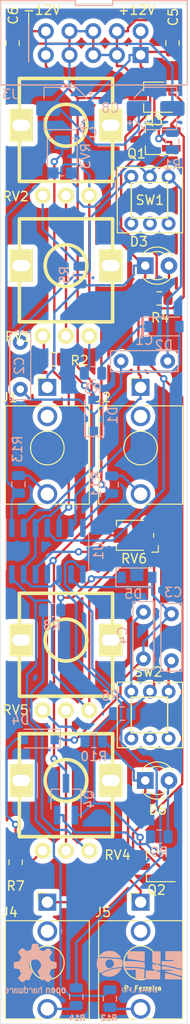
<source format=kicad_pcb>
(kicad_pcb (version 20171130) (host pcbnew "(5.1.9-0-10_14)")
  (layers (0 F.Cu signal) (31 B.Cu signal) (34 B.Paste user) (35 F.Paste user) (36 B.SilkS user) (37 F.SilkS user) (38 B.Mask user hide) (39 F.Mask user) (44 Edge.Cuts user))
  (net 0 "")
  (net 1 "Net-(C1-Pad2)")
  (net 2 "Net-(C1-Pad1)")
  (net 3 "Net-(C2-Pad1)")
  (net 4 "Net-(C3-Pad1)")
  (net 5 "Net-(C3-Pad2)")
  (net 6 "Net-(C4-Pad1)")
  (net 7 +12V)
  (net 8 GND)
  (net 9 -12V)
  (net 10 "Net-(D1-Pad2)")
  (net 11 "Net-(D2-Pad1)")
  (net 12 "Net-(D3-Pad2)")
  (net 13 "Net-(D4-Pad2)")
  (net 14 "Net-(D5-Pad1)")
  (net 15 "Net-(D6-Pad2)")
  (net 16 "Net-(J1-PadT)")
  (net 17 "Net-(J2-PadT)")
  (net 18 "Net-(J4-PadT)")
  (net 19 "Net-(J5-PadT)")
  (net 20 "Net-(Q1-Pad1)")
  (net 21 "Net-(Q1-Pad2)")
  (net 22 "Net-(Q2-Pad2)")
  (net 23 "Net-(Q2-Pad1)")
  (net 24 "Net-(R2-Pad1)")
  (net 25 "Net-(R3-Pad1)")
  (net 26 "Net-(R5-Pad1)")
  (net 27 "Net-(R7-Pad1)")
  (net 28 "Net-(R8-Pad1)")
  (net 29 "Net-(R10-Pad1)")
  (net 30 "Net-(RV1-Pad2)")
  (net 31 "Net-(RV3-Pad2)")
  (net 32 "Net-(RV4-Pad2)")
  (net 33 "Net-(RV6-Pad2)")
  (net 34 "Net-(R11-Pad2)")
  (net 35 "Net-(R12-Pad2)")
  (net 36 "Net-(R1-Pad1)")
  (net 37 "Net-(R14-Pad2)")
  (module local:elfo-logo (layer B.Cu) (at 114.9 137.4 180)
    (fp_text reference Ref** hide)
    (fp_text value Val** hide)
  )
  (module Symbol:OSHW-Logo2_7.3x6mm_SilkScreen (layer B.Cu) (at 103.7 137.2 180)
    (fp_text reference REF** hide)
    (fp_text value OSHW-Logo2_7.3x6mm_SilkScreen hide)
  )
  (module Eurorack:PB22E07_latch_switch (layer F.Cu) (at 116 55 180)
    (fp_text reference SW1 (at 0 0 180) (layer F.SilkS))
    (fp_text value "LFO1 SLOW")
    (pad 4 thru_hole circle (at -2 -2.5 180) (size 1.5 1.5) (drill 0.8) (layers *.Cu *.Mask))
    (pad 1 thru_hole circle (at -2 2.5 180) (size 1.5 1.5) (drill 0.8) (layers *.Cu *.Mask) (net 2 "Net-(C1-Pad1)"))
    (pad 5 thru_hole circle (at 0 -2.5 180) (size 1.5 1.5) (drill 0.8) (layers *.Cu *.Mask))
    (pad 2 thru_hole circle (at 0 2.5 180) (size 1.5 1.5) (drill 0.8) (layers *.Cu *.Mask) (net 36 "Net-(R1-Pad1)"))
    (pad 6 thru_hole circle (at 2 -2.5 180) (size 1.5 1.5) (drill 0.8) (layers *.Cu *.Mask))
    (pad 3 thru_hole circle (at 2 2.5 180) (size 1.5 1.5) (drill 0.8) (layers *.Cu *.Mask) (net 3 "Net-(C2-Pad1)"))
  )
  (module Eurorack:PB22E07_latch_switch (layer F.Cu) (at 116 110 180)
    (fp_text reference SW2 (at 0.176 4.59 180) (layer F.SilkS))
    (fp_text value "LFO2 SLOW")
    (pad 3 thru_hole circle (at 2 2.5 180) (size 1.5 1.5) (drill 0.8) (layers *.Cu *.Mask) (net 6 "Net-(C4-Pad1)"))
    (pad 6 thru_hole circle (at 2 -2.5 180) (size 1.5 1.5) (drill 0.8) (layers *.Cu *.Mask))
    (pad 2 thru_hole circle (at 0 2.5 180) (size 1.5 1.5) (drill 0.8) (layers *.Cu *.Mask) (net 37 "Net-(R14-Pad2)"))
    (pad 5 thru_hole circle (at 0 -2.5 180) (size 1.5 1.5) (drill 0.8) (layers *.Cu *.Mask))
    (pad 1 thru_hole circle (at -2 2.5 180) (size 1.5 1.5) (drill 0.8) (layers *.Cu *.Mask) (net 4 "Net-(C3-Pad1)"))
    (pad 4 thru_hole circle (at -2 -2.5 180) (size 1.5 1.5) (drill 0.8) (layers *.Cu *.Mask))
  )
  (module Capacitor_SMD:C_0805_2012Metric (layer F.Cu) (at 101.27 38.225 90)
    (fp_text reference C6 (at 2.946 0.074 -90) (layer F.SilkS))
    (fp_text value 100nF)
    (pad 2 smd roundrect (at 0.9375 0 90) (size 0.975 1.4) (layers F.Cu F.Paste F.Mask) (net 9 -12V))
    (pad 1 smd roundrect (at -0.9375 0 90) (size 0.975 1.4) (layers F.Cu F.Paste F.Mask) (net 8 GND))
  )
  (module Capacitor_SMD:C_0805_2012Metric (layer F.Cu) (at 118.415 38.225 90)
    (fp_text reference C5 (at 2.788 0.074 -90) (layer F.SilkS))
    (fp_text value 100nF)
    (pad 2 smd roundrect (at 0.9375 0 90) (size 0.975 1.4) (layers F.Cu F.Paste F.Mask) (net 8 GND))
    (pad 1 smd roundrect (at -0.9375 0 90) (size 0.975 1.4) (layers F.Cu F.Paste F.Mask) (net 7 +12V))
  )
  (module Resistor_SMD:R_0805_2012Metric (layer B.Cu) (at 109.982 112.776)
    (fp_text reference R10 (at 0 1.65) (layer B.SilkS) (effects (justify mirror)))
    (fp_text value 1K)
    (pad 2 smd roundrect (at 0.9375 0) (size 0.975 1.4) (layers B.Cu B.Paste B.Mask) (net 8 GND))
    (pad 1 smd roundrect (at -0.9375 0) (size 0.975 1.4) (layers B.Cu B.Paste B.Mask) (net 29 "Net-(R10-Pad1)"))
  )
  (module Resistor_SMD:R_0805_2012Metric (layer B.Cu) (at 117 123 180)
    (fp_text reference R9 (at 0 -1.651) (layer B.SilkS) (effects (justify mirror)))
    (fp_text value 1K)
    (pad 2 smd roundrect (at 0.9375 0 180) (size 0.975 1.4) (layers B.Cu B.Paste B.Mask) (net 22 "Net-(Q2-Pad2)"))
    (pad 1 smd roundrect (at -0.9375 0 180) (size 0.975 1.4) (layers B.Cu B.Paste B.Mask) (net 15 "Net-(D6-Pad2)"))
  )
  (module Resistor_SMD:R_0805_2012Metric (layer B.Cu) (at 105.5 98.8)
    (fp_text reference R8 (at 0 1.65) (layer B.SilkS) (effects (justify mirror)))
    (fp_text value 47K)
    (pad 2 smd roundrect (at 0.9375 0) (size 0.975 1.4) (layers B.Cu B.Paste B.Mask) (net 14 "Net-(D5-Pad1)"))
    (pad 1 smd roundrect (at -0.9375 0) (size 0.975 1.4) (layers B.Cu B.Paste B.Mask) (net 28 "Net-(R8-Pad1)"))
  )
  (module Resistor_SMD:R_0805_2012Metric (layer F.Cu) (at 101.6 125.73 90)
    (fp_text reference R7 (at -2.54 0 180) (layer F.SilkS))
    (fp_text value 47K)
    (pad 2 smd roundrect (at 0.9375 0 90) (size 0.975 1.4) (layers F.Cu F.Paste F.Mask) (net 13 "Net-(D4-Pad2)"))
    (pad 1 smd roundrect (at -0.9375 0 90) (size 0.975 1.4) (layers F.Cu F.Paste F.Mask) (net 27 "Net-(R7-Pad1)"))
  )
  (module Resistor_SMD:R_0805_2012Metric (layer B.Cu) (at 113.03 109.855 180)
    (fp_text reference R6 (at 1.27 1.905) (layer B.SilkS) (effects (justify mirror)))
    (fp_text value 100K)
    (pad 2 smd roundrect (at 0.9375 0 180) (size 0.975 1.4) (layers B.Cu B.Paste B.Mask) (net 23 "Net-(Q2-Pad1)"))
    (pad 1 smd roundrect (at -0.9375 0 180) (size 0.975 1.4) (layers B.Cu B.Paste B.Mask) (net 37 "Net-(R14-Pad2)"))
  )
  (module Resistor_SMD:R_0805_2012Metric (layer B.Cu) (at 108.5 63 270)
    (fp_text reference R5 (at 0 1.65 90) (layer B.SilkS) (effects (justify mirror)))
    (fp_text value 1K)
    (pad 2 smd roundrect (at 0.9375 0 270) (size 0.975 1.4) (layers B.Cu B.Paste B.Mask) (net 8 GND))
    (pad 1 smd roundrect (at -0.9375 0 270) (size 0.975 1.4) (layers B.Cu B.Paste B.Mask) (net 26 "Net-(R5-Pad1)"))
  )
  (module Resistor_SMD:R_0805_2012Metric (layer F.Cu) (at 117 65.5 180)
    (fp_text reference R4 (at -0.094 -2.064) (layer F.SilkS))
    (fp_text value 1K)
    (pad 2 smd roundrect (at 0.9375 0 180) (size 0.975 1.4) (layers F.Cu F.Paste F.Mask) (net 21 "Net-(Q1-Pad2)"))
    (pad 1 smd roundrect (at -0.9375 0 180) (size 0.975 1.4) (layers F.Cu F.Paste F.Mask) (net 12 "Net-(D3-Pad2)"))
  )
  (module Resistor_SMD:R_0805_2012Metric (layer B.Cu) (at 109.9 73.5)
    (fp_text reference R3 (at 0 1.65) (layer B.SilkS) (effects (justify mirror)))
    (fp_text value 47K)
    (pad 2 smd roundrect (at 0.9375 0) (size 0.975 1.4) (layers B.Cu B.Paste B.Mask) (net 11 "Net-(D2-Pad1)"))
    (pad 1 smd roundrect (at -0.9375 0) (size 0.975 1.4) (layers B.Cu B.Paste B.Mask) (net 25 "Net-(R3-Pad1)"))
  )
  (module Resistor_SMD:R_0805_2012Metric (layer F.Cu) (at 105.562 72)
    (fp_text reference R2 (at 2.896 0.136) (layer F.SilkS))
    (fp_text value 47K)
    (pad 2 smd roundrect (at 0.9375 0) (size 0.975 1.4) (layers F.Cu F.Paste F.Mask) (net 10 "Net-(D1-Pad2)"))
    (pad 1 smd roundrect (at -0.9375 0) (size 0.975 1.4) (layers F.Cu F.Paste F.Mask) (net 24 "Net-(R2-Pad1)"))
  )
  (module Resistor_SMD:R_0805_2012Metric (layer B.Cu) (at 118.4 48.7 90)
    (fp_text reference R1 (at -2.5 0 180) (layer B.SilkS) (effects (justify mirror)))
    (fp_text value 100K)
    (pad 2 smd roundrect (at 0.9375 0 90) (size 0.975 1.4) (layers B.Cu B.Paste B.Mask) (net 20 "Net-(Q1-Pad1)"))
    (pad 1 smd roundrect (at -0.9375 0 90) (size 0.975 1.4) (layers B.Cu B.Paste B.Mask) (net 36 "Net-(R1-Pad1)"))
  )
  (module Capacitor_SMD:CP_Elec_4x4.5 (layer B.Cu) (at 106.9 45.21 180)
    (fp_text reference C7 (at -2.5 -2.598 180) (layer B.SilkS) (effects (justify mirror)))
    (fp_text value 10uF)
    (pad 1 smd roundrect (at -1.8 0 180) (size 2.6 1.6) (layers B.Cu B.Paste B.Mask) (roundrect_rratio 0.15625) (net 7 +12V))
    (pad 2 smd roundrect (at 1.8 0 180) (size 2.6 1.6) (layers B.Cu B.Paste B.Mask) (roundrect_rratio 0.15625) (net 8 GND))
  )
  (module Capacitor_SMD:CP_Elec_4x4.5 (layer B.Cu) (at 116.608 45.21)
    (fp_text reference C8 (at -4.848 -0.058) (layer B.SilkS) (effects (justify mirror)))
    (fp_text value 10uF)
    (pad 2 smd roundrect (at 1.8 0) (size 2.6 1.6) (layers B.Cu B.Paste B.Mask) (roundrect_rratio 0.15625) (net 9 -12V))
    (pad 1 smd roundrect (at -1.8 0) (size 2.6 1.6) (layers B.Cu B.Paste B.Mask) (roundrect_rratio 0.15625) (net 8 GND))
  )
  (module Diode_SMD:D_SOD-123 (layer B.Cu) (at 110 78 90)
    (fp_text reference D1 (at 0 2 -90) (layer B.SilkS) (effects (justify mirror)))
    (fp_text value 1N4148)
    (pad 2 smd rect (at 1.65 0 90) (size 0.9 1.2) (layers B.Cu B.Paste B.Mask) (net 10 "Net-(D1-Pad2)"))
    (pad 1 smd rect (at -1.65 0 90) (size 0.9 1.2) (layers B.Cu B.Paste B.Mask) (net 1 "Net-(C1-Pad2)"))
  )
  (module Diode_SMD:D_SOD-123 (layer B.Cu) (at 117.5 68.5)
    (fp_text reference D2 (at 0 2) (layer B.SilkS) (effects (justify mirror)))
    (fp_text value 1N4148)
    (pad 1 smd rect (at -1.65 0) (size 0.9 1.2) (layers B.Cu B.Paste B.Mask) (net 11 "Net-(D2-Pad1)"))
    (pad 2 smd rect (at 1.65 0) (size 0.9 1.2) (layers B.Cu B.Paste B.Mask) (net 1 "Net-(C1-Pad2)"))
  )
  (module LED_THT:LED_D3.0mm (layer F.Cu) (at 115.5 62)
    (fp_text reference D3 (at -0.692 -2.564) (layer F.SilkS))
    (fp_text value LED_Dual_2pin)
    (pad 1 thru_hole rect (at 0 0) (size 1.8 1.8) (drill 0.9) (layers *.Cu *.Mask) (net 8 GND))
    (pad 2 thru_hole circle (at 2.54 0) (size 1.8 1.8) (drill 0.9) (layers *.Cu *.Mask) (net 12 "Net-(D3-Pad2)"))
  )
  (module Diode_SMD:D_SOD-123 (layer B.Cu) (at 104.14 112.522 180)
    (fp_text reference D4 (at 2.032 2) (layer B.SilkS) (effects (justify mirror)))
    (fp_text value 1N4148)
    (pad 2 smd rect (at 1.65 0 180) (size 0.9 1.2) (layers B.Cu B.Paste B.Mask) (net 13 "Net-(D4-Pad2)"))
    (pad 1 smd rect (at -1.65 0 180) (size 0.9 1.2) (layers B.Cu B.Paste B.Mask) (net 5 "Net-(C3-Pad2)"))
  )
  (module Diode_SMD:D_SOD-123 (layer B.Cu) (at 114.6 95.3)
    (fp_text reference D5 (at -0.381 1.778) (layer B.SilkS) (effects (justify mirror)))
    (fp_text value 1N4148)
    (pad 1 smd rect (at -1.65 0) (size 0.9 1.2) (layers B.Cu B.Paste B.Mask) (net 14 "Net-(D5-Pad1)"))
    (pad 2 smd rect (at 1.65 0) (size 0.9 1.2) (layers B.Cu B.Paste B.Mask) (net 5 "Net-(C3-Pad2)"))
  )
  (module LED_THT:LED_D3.0mm (layer F.Cu) (at 115.5 117)
    (fp_text reference D6 (at 1.34 3.142) (layer F.SilkS))
    (fp_text value LED_Dual_2pin)
    (pad 1 thru_hole rect (at 0 0) (size 1.8 1.8) (drill 0.9) (layers *.Cu *.Mask) (net 8 GND))
    (pad 2 thru_hole circle (at 2.54 0) (size 1.8 1.8) (drill 0.9) (layers *.Cu *.Mask) (net 15 "Net-(D6-Pad2)"))
  )
  (module Connector_Audio:Jack_3.5mm_QingPu_WQP-PJ398SM_Vertical_CircularHoles (layer F.Cu) (at 105 75)
    (fp_text reference J1 (at -4.03 1.08 180) (layer F.SilkS))
    (fp_text value TRI)
    (pad TN thru_hole circle (at 0 3.1 180) (size 2.13 2.13) (drill 1.42) (layers *.Cu *.Mask))
    (pad S thru_hole rect (at 0 0 180) (size 1.93 1.83) (drill 1.22) (layers *.Cu *.Mask) (net 8 GND))
    (pad T thru_hole circle (at 0 11.4 180) (size 2.13 2.13) (drill 1.43) (layers *.Cu *.Mask) (net 16 "Net-(J1-PadT)"))
  )
  (module Connector_Audio:Jack_3.5mm_QingPu_WQP-PJ398SM_Vertical_CircularHoles (layer F.Cu) (at 115 75)
    (fp_text reference J2 (at -4.03 1.08 180) (layer F.SilkS))
    (fp_text value SQR)
    (pad T thru_hole circle (at 0 11.4 180) (size 2.13 2.13) (drill 1.43) (layers *.Cu *.Mask) (net 17 "Net-(J2-PadT)"))
    (pad S thru_hole rect (at 0 0 180) (size 1.93 1.83) (drill 1.22) (layers *.Cu *.Mask) (net 8 GND))
    (pad TN thru_hole circle (at 0 3.1 180) (size 2.13 2.13) (drill 1.42) (layers *.Cu *.Mask))
  )
  (module Eurorack:EurorackPower10 (layer B.Cu) (at 110 38.195 180)
    (fp_text reference J3 (at 9 -5.5 180) (layer B.SilkS) (effects (justify mirror)))
    (fp_text value EURORACK hide)
    (fp_text user -12V (at 5.59 3.496 180) (layer F.SilkS))
    (fp_text user +12V (at -4.57 3.496 180) (layer F.SilkS))
    (pad 9 thru_hole rect (at -5 -1.3 180) (size 1.7272 1.7272) (drill 1.016) (layers *.Cu *.Mask) (net 7 +12V))
    (pad 10 thru_hole oval (at -5 1.24 180) (size 1.7272 1.7272) (drill 1.016) (layers *.Cu *.Mask) (net 7 +12V))
    (pad 7 thru_hole oval (at -2.46 -1.3 180) (size 1.7272 1.7272) (drill 1.016) (layers *.Cu *.Mask) (net 8 GND))
    (pad 8 thru_hole oval (at -2.46 1.24 180) (size 1.7272 1.7272) (drill 1.016) (layers *.Cu *.Mask) (net 8 GND))
    (pad 5 thru_hole oval (at 0.08 -1.3 180) (size 1.7272 1.7272) (drill 1.016) (layers *.Cu *.Mask) (net 8 GND))
    (pad 6 thru_hole oval (at 0.08 1.24 180) (size 1.7272 1.7272) (drill 1.016) (layers *.Cu *.Mask) (net 8 GND))
    (pad 3 thru_hole oval (at 2.62 -1.3 180) (size 1.7272 1.7272) (drill 1.016) (layers *.Cu *.Mask) (net 8 GND))
    (pad 4 thru_hole oval (at 2.62 1.24 180) (size 1.7272 1.7272) (drill 1.016) (layers *.Cu *.Mask) (net 8 GND))
    (pad 2 thru_hole oval (at 5.16 -1.3 180) (size 1.7272 1.7272) (drill 1.016) (layers *.Cu *.Mask) (net 9 -12V))
    (pad 1 thru_hole oval (at 5.16 1.24 180) (size 1.7272 1.7272) (drill 1.016) (layers *.Cu *.Mask) (net 9 -12V))
  )
  (module Connector_Audio:Jack_3.5mm_QingPu_WQP-PJ398SM_Vertical_CircularHoles (layer F.Cu) (at 105 130)
    (fp_text reference J4 (at -4.03 1.08 180) (layer F.SilkS))
    (fp_text value TRI)
    (pad T thru_hole circle (at 0 11.4 180) (size 2.13 2.13) (drill 1.43) (layers *.Cu *.Mask) (net 18 "Net-(J4-PadT)"))
    (pad S thru_hole rect (at 0 0 180) (size 1.93 1.83) (drill 1.22) (layers *.Cu *.Mask) (net 8 GND))
    (pad TN thru_hole circle (at 0 3.1 180) (size 2.13 2.13) (drill 1.42) (layers *.Cu *.Mask))
  )
  (module Connector_Audio:Jack_3.5mm_QingPu_WQP-PJ398SM_Vertical_CircularHoles (layer F.Cu) (at 115 130)
    (fp_text reference J5 (at -4.03 1.08 180) (layer F.SilkS))
    (fp_text value SQR)
    (pad TN thru_hole circle (at 0 3.1 180) (size 2.13 2.13) (drill 1.42) (layers *.Cu *.Mask))
    (pad S thru_hole rect (at 0 0 180) (size 1.93 1.83) (drill 1.22) (layers *.Cu *.Mask) (net 8 GND))
    (pad T thru_hole circle (at 0 11.4 180) (size 2.13 2.13) (drill 1.43) (layers *.Cu *.Mask) (net 19 "Net-(J5-PadT)"))
  )
  (module Eurorack:RD901F-40-ALPHA-POT-T18 (layer F.Cu) (at 107 62)
    (fp_text reference RV1 (at -5.146 7.596) (layer F.SilkS))
    (fp_text value 100K hide)
    (pad "" thru_hole rect (at 4.8 0) (size 2.5 3.5) (drill oval 1.9 1.2) (layers *.Cu *.Mask F.SilkS))
    (pad "" thru_hole rect (at -4.8 0) (size 2.5 3.5) (drill oval 1.9 1.2) (layers *.Cu *.Mask F.SilkS))
    (pad 3 thru_hole circle (at 2.5 7.5) (size 1.75 1.75) (drill 1) (layers *.Cu *.Mask F.SilkS) (net 25 "Net-(R3-Pad1)"))
    (pad 2 thru_hole circle (at 0 7.5) (size 1.75 1.75) (drill 1) (layers *.Cu *.Mask F.SilkS) (net 30 "Net-(RV1-Pad2)"))
    (pad 1 thru_hole circle (at -2.5 7.5) (size 1.75 1.75) (drill 1) (layers *.Cu *.Mask F.SilkS) (net 24 "Net-(R2-Pad1)"))
  )
  (module Eurorack:RD901F-40-ALPHA-POT-T18 (layer F.Cu) (at 107 47)
    (fp_text reference RV2 (at -5.4 7.61) (layer F.SilkS))
    (fp_text value 100K hide)
    (pad 1 thru_hole circle (at -2.5 7.5) (size 1.75 1.75) (drill 1) (layers *.Cu *.Mask F.SilkS) (net 26 "Net-(R5-Pad1)"))
    (pad 2 thru_hole circle (at 0 7.5) (size 1.75 1.75) (drill 1) (layers *.Cu *.Mask F.SilkS) (net 30 "Net-(RV1-Pad2)"))
    (pad 3 thru_hole circle (at 2.5 7.5) (size 1.75 1.75) (drill 1) (layers *.Cu *.Mask F.SilkS) (net 34 "Net-(R11-Pad2)"))
    (pad "" thru_hole rect (at -4.8 0) (size 2.5 3.5) (drill oval 1.9 1.2) (layers *.Cu *.Mask F.SilkS))
    (pad "" thru_hole rect (at 4.8 0) (size 2.5 3.5) (drill oval 1.9 1.2) (layers *.Cu *.Mask F.SilkS))
  )
  (module Potentiometer_SMD:Potentiometer_Bourns_TC33X_Vertical (layer B.Cu) (at 106.6 50.3 90)
    (fp_text reference RV3 (at 0 2.5 90) (layer B.SilkS) (effects (justify mirror)))
    (fp_text value 50K)
    (pad 1 smd rect (at -1.8 1 90) (size 1.2 1.2) (layers B.Cu B.Paste B.Mask) (net 36 "Net-(R1-Pad1)"))
    (pad 3 smd rect (at -1.8 -1 90) (size 1.2 1.2) (layers B.Cu B.Paste B.Mask) (net 34 "Net-(R11-Pad2)"))
    (pad 2 smd rect (at 1.45 0 90) (size 1.5 1.6) (layers B.Cu B.Paste B.Mask) (net 31 "Net-(RV3-Pad2)"))
  )
  (module Eurorack:RD901F-40-ALPHA-POT-T18 (layer F.Cu) (at 107 117)
    (fp_text reference RV4 (at 5.522 7.968) (layer F.SilkS))
    (fp_text value 100K hide)
    (pad "" thru_hole rect (at 4.8 0) (size 2.5 3.5) (drill oval 1.9 1.2) (layers *.Cu *.Mask F.SilkS))
    (pad "" thru_hole rect (at -4.8 0) (size 2.5 3.5) (drill oval 1.9 1.2) (layers *.Cu *.Mask F.SilkS))
    (pad 3 thru_hole circle (at 2.5 7.5) (size 1.75 1.75) (drill 1) (layers *.Cu *.Mask F.SilkS) (net 28 "Net-(R8-Pad1)"))
    (pad 2 thru_hole circle (at 0 7.5) (size 1.75 1.75) (drill 1) (layers *.Cu *.Mask F.SilkS) (net 32 "Net-(RV4-Pad2)"))
    (pad 1 thru_hole circle (at -2.5 7.5) (size 1.75 1.75) (drill 1) (layers *.Cu *.Mask F.SilkS) (net 27 "Net-(R7-Pad1)"))
  )
  (module Eurorack:RD901F-40-ALPHA-POT-T18 (layer F.Cu) (at 107 102)
    (fp_text reference RV5 (at -5.4 7.474) (layer F.SilkS))
    (fp_text value 100K hide)
    (pad 1 thru_hole circle (at -2.5 7.5) (size 1.75 1.75) (drill 1) (layers *.Cu *.Mask F.SilkS) (net 29 "Net-(R10-Pad1)"))
    (pad 2 thru_hole circle (at 0 7.5) (size 1.75 1.75) (drill 1) (layers *.Cu *.Mask F.SilkS) (net 32 "Net-(RV4-Pad2)"))
    (pad 3 thru_hole circle (at 2.5 7.5) (size 1.75 1.75) (drill 1) (layers *.Cu *.Mask F.SilkS) (net 35 "Net-(R12-Pad2)"))
    (pad "" thru_hole rect (at -4.8 0) (size 2.5 3.5) (drill oval 1.9 1.2) (layers *.Cu *.Mask F.SilkS))
    (pad "" thru_hole rect (at 4.8 0) (size 2.5 3.5) (drill oval 1.9 1.2) (layers *.Cu *.Mask F.SilkS))
  )
  (module Potentiometer_SMD:Potentiometer_Bourns_TC33X_Vertical (layer F.Cu) (at 114.3 90.805 180)
    (fp_text reference RV6 (at 0 -2.5) (layer F.SilkS))
    (fp_text value 50K)
    (pad 1 smd rect (at -1.8 -1 180) (size 1.2 1.2) (layers F.Cu F.Paste F.Mask) (net 37 "Net-(R14-Pad2)"))
    (pad 3 smd rect (at -1.8 1 180) (size 1.2 1.2) (layers F.Cu F.Paste F.Mask) (net 35 "Net-(R12-Pad2)"))
    (pad 2 smd rect (at 1.45 0 180) (size 1.5 1.6) (layers F.Cu F.Paste F.Mask) (net 33 "Net-(RV6-Pad2)"))
  )
  (module Package_SO:SOIC-14_3.9x8.7mm_P1.27mm (layer B.Cu) (at 105 92.5 270)
    (fp_text reference U1 (at -0.044 -5.49 90) (layer B.SilkS) (effects (justify mirror)))
    (fp_text value TL074)
    (pad 1 smd roundrect (at -2.475 3.81 270) (size 1.95 0.6) (layers B.Cu B.Paste B.Mask) (net 36 "Net-(R1-Pad1)"))
    (pad 2 smd roundrect (at -2.475 2.54 270) (size 1.95 0.6) (layers B.Cu B.Paste B.Mask) (net 1 "Net-(C1-Pad2)"))
    (pad 3 smd roundrect (at -2.475 1.27 270) (size 1.95 0.6) (layers B.Cu B.Paste B.Mask) (net 8 GND))
    (pad 4 smd roundrect (at -2.475 0 270) (size 1.95 0.6) (layers B.Cu B.Paste B.Mask) (net 7 +12V))
    (pad 5 smd roundrect (at -2.475 -1.27 270) (size 1.95 0.6) (layers B.Cu B.Paste B.Mask) (net 31 "Net-(RV3-Pad2)"))
    (pad 6 smd roundrect (at -2.475 -2.54 270) (size 1.95 0.6) (layers B.Cu B.Paste B.Mask) (net 8 GND))
    (pad 7 smd roundrect (at -2.475 -3.81 270) (size 1.95 0.6) (layers B.Cu B.Paste B.Mask) (net 34 "Net-(R11-Pad2)"))
    (pad 8 smd roundrect (at 2.475 -3.81 270) (size 1.95 0.6) (layers B.Cu B.Paste B.Mask) (net 37 "Net-(R14-Pad2)"))
    (pad 9 smd roundrect (at 2.475 -2.54 270) (size 1.95 0.6) (layers B.Cu B.Paste B.Mask) (net 5 "Net-(C3-Pad2)"))
    (pad 10 smd roundrect (at 2.475 -1.27 270) (size 1.95 0.6) (layers B.Cu B.Paste B.Mask) (net 8 GND))
    (pad 11 smd roundrect (at 2.475 0 270) (size 1.95 0.6) (layers B.Cu B.Paste B.Mask) (net 9 -12V))
    (pad 12 smd roundrect (at 2.475 1.27 270) (size 1.95 0.6) (layers B.Cu B.Paste B.Mask) (net 33 "Net-(RV6-Pad2)"))
    (pad 13 smd roundrect (at 2.475 2.54 270) (size 1.95 0.6) (layers B.Cu B.Paste B.Mask) (net 8 GND))
    (pad 14 smd roundrect (at 2.475 3.81 270) (size 1.95 0.6) (layers B.Cu B.Paste B.Mask) (net 35 "Net-(R12-Pad2)"))
  )
  (module Package_TO_SOT_SMD:SOT-23W_Handsoldering (layer F.Cu) (at 116.586 48.514 180)
    (fp_text reference Q1 (at 2.032 -1.524) (layer F.SilkS))
    (fp_text value MMBT3904)
    (pad 3 smd rect (at 1.7 0 180) (size 2 0.7) (layers F.Cu F.Paste F.Mask) (net 7 +12V))
    (pad 2 smd rect (at -1.7 0.95 180) (size 2 0.7) (layers F.Cu F.Paste F.Mask) (net 21 "Net-(Q1-Pad2)"))
    (pad 1 smd rect (at -1.7 -0.95 180) (size 2 0.7) (layers F.Cu F.Paste F.Mask) (net 20 "Net-(Q1-Pad1)"))
  )
  (module Package_TO_SOT_SMD:SOT-23W_Handsoldering (layer F.Cu) (at 116.7 126.2 180)
    (fp_text reference Q2 (at 0 -2.5) (layer F.SilkS))
    (fp_text value MMBT3904)
    (pad 3 smd rect (at 1.7 0 180) (size 2 0.7) (layers F.Cu F.Paste F.Mask) (net 7 +12V))
    (pad 2 smd rect (at -1.7 0.95 180) (size 2 0.7) (layers F.Cu F.Paste F.Mask) (net 22 "Net-(Q2-Pad2)"))
    (pad 1 smd rect (at -1.7 -0.95 180) (size 2 0.7) (layers F.Cu F.Paste F.Mask) (net 23 "Net-(Q2-Pad1)"))
  )
  (module Capacitor_THT:C_Rect_L7.0mm_W2.0mm_P5.00mm (layer B.Cu) (at 117.9 72.2 180)
    (fp_text reference C1 (at 2.5 2.25) (layer B.SilkS) (effects (justify mirror)))
    (fp_text value 1uF)
    (pad 2 thru_hole circle (at 5 0 180) (size 1.6 1.6) (drill 0.8) (layers *.Cu *.Mask) (net 1 "Net-(C1-Pad2)"))
    (pad 1 thru_hole circle (at 0 0 180) (size 1.6 1.6) (drill 0.8) (layers *.Cu *.Mask) (net 2 "Net-(C1-Pad1)"))
  )
  (module Capacitor_THT:C_Rect_L7.0mm_W2.0mm_P5.00mm (layer B.Cu) (at 102.1 70.2 270)
    (fp_text reference C2 (at 2.5 0.1 90) (layer B.SilkS) (effects (justify mirror)))
    (fp_text value 10nF)
    (pad 1 thru_hole circle (at 0 0 270) (size 1.6 1.6) (drill 0.8) (layers *.Cu *.Mask) (net 3 "Net-(C2-Pad1)"))
    (pad 2 thru_hole circle (at 5 0 270) (size 1.6 1.6) (drill 0.8) (layers *.Cu *.Mask) (net 1 "Net-(C1-Pad2)"))
  )
  (module Capacitor_THT:C_Rect_L7.0mm_W2.0mm_P5.00mm (layer B.Cu) (at 118.3 104.2 90)
    (fp_text reference C3 (at 7.3 0.2 180) (layer B.SilkS) (effects (justify mirror)))
    (fp_text value 1uF)
    (pad 1 thru_hole circle (at 0 0 90) (size 1.6 1.6) (drill 0.8) (layers *.Cu *.Mask) (net 4 "Net-(C3-Pad1)"))
    (pad 2 thru_hole circle (at 5 0 90) (size 1.6 1.6) (drill 0.8) (layers *.Cu *.Mask) (net 5 "Net-(C3-Pad2)"))
  )
  (module Capacitor_THT:C_Rect_L7.0mm_W2.0mm_P5.00mm (layer B.Cu) (at 115.3 99 270)
    (fp_text reference C4 (at 2.5 2.25 90) (layer B.SilkS) (effects (justify mirror)))
    (fp_text value 10nF)
    (pad 2 thru_hole circle (at 5 0 270) (size 1.6 1.6) (drill 0.8) (layers *.Cu *.Mask) (net 5 "Net-(C3-Pad2)"))
    (pad 1 thru_hole circle (at 0 0 270) (size 1.6 1.6) (drill 0.8) (layers *.Cu *.Mask) (net 6 "Net-(C4-Pad1)"))
  )
  (module Package_TO_SOT_SMD:SOT-23W_Handsoldering (layer F.Cu) (at 116.4 44 180)
    (fp_text reference Q3 (at 0 -2.5) (layer F.SilkS))
    (fp_text value MMBT3906)
    (pad 3 smd rect (at 1.7 0 180) (size 2 0.7) (layers F.Cu F.Paste F.Mask) (net 9 -12V))
    (pad 2 smd rect (at -1.7 0.95 180) (size 2 0.7) (layers F.Cu F.Paste F.Mask) (net 21 "Net-(Q1-Pad2)"))
    (pad 1 smd rect (at -1.7 -0.95 180) (size 2 0.7) (layers F.Cu F.Paste F.Mask) (net 20 "Net-(Q1-Pad1)"))
  )
  (module Package_TO_SOT_SMD:SOT-23W_Handsoldering (layer B.Cu) (at 107 119 90)
    (fp_text reference Q4 (at 0 2.5 -90) (layer B.SilkS) (effects (justify mirror)))
    (fp_text value MMBT3906)
    (pad 1 smd rect (at -1.7 0.95 90) (size 2 0.7) (layers B.Cu B.Paste B.Mask) (net 23 "Net-(Q2-Pad1)"))
    (pad 2 smd rect (at -1.7 -0.95 90) (size 2 0.7) (layers B.Cu B.Paste B.Mask) (net 22 "Net-(Q2-Pad2)"))
    (pad 3 smd rect (at 1.7 0 90) (size 2 0.7) (layers B.Cu B.Paste B.Mask) (net 9 -12V))
  )
  (module Resistor_SMD:R_0805_2012Metric (layer B.Cu) (at 111.9 85.4 270)
    (fp_text reference R11 (at 0 1.65 90) (layer B.SilkS) (effects (justify mirror)))
    (fp_text value 1K)
    (pad 1 smd roundrect (at -0.9375 0 270) (size 0.975 1.4) (layers B.Cu B.Paste B.Mask) (net 17 "Net-(J2-PadT)"))
    (pad 2 smd roundrect (at 0.9375 0 270) (size 0.975 1.4) (layers B.Cu B.Paste B.Mask) (net 34 "Net-(R11-Pad2)"))
  )
  (module Resistor_SMD:R_0805_2012Metric (layer B.Cu) (at 111.7 140.3 90)
    (fp_text reference R12 (at -2.065 -0.1) (layer B.SilkS) (effects (font (size 0.6 0.6)) (justify mirror)))
    (fp_text value 1K)
    (pad 2 smd roundrect (at 0.9375 0 90) (size 0.975 1.4) (layers B.Cu B.Paste B.Mask) (net 35 "Net-(R12-Pad2)"))
    (pad 1 smd roundrect (at -0.9375 0 90) (size 0.975 1.4) (layers B.Cu B.Paste B.Mask) (net 19 "Net-(J5-PadT)"))
  )
  (module Resistor_SMD:R_0805_2012Metric (layer B.Cu) (at 101.9 85.3625 270)
    (fp_text reference R13 (at -3.7625 0.1 90) (layer B.SilkS) (effects (justify mirror)))
    (fp_text value 1K)
    (pad 1 smd roundrect (at -0.9375 0 270) (size 0.975 1.4) (layers B.Cu B.Paste B.Mask) (net 16 "Net-(J1-PadT)"))
    (pad 2 smd roundrect (at 0.9375 0 270) (size 0.975 1.4) (layers B.Cu B.Paste B.Mask) (net 36 "Net-(R1-Pad1)"))
  )
  (module Resistor_SMD:R_0805_2012Metric (layer B.Cu) (at 108.1 140.1 90)
    (fp_text reference R14 (at -2.265 0.1 180) (layer B.SilkS) (effects (font (size 0.6 0.6)) (justify mirror)))
    (fp_text value 1K)
    (pad 2 smd roundrect (at 0.9375 0 90) (size 0.975 1.4) (layers B.Cu B.Paste B.Mask) (net 37 "Net-(R14-Pad2)"))
    (pad 1 smd roundrect (at -0.9375 0 90) (size 0.975 1.4) (layers B.Cu B.Paste B.Mask) (net 18 "Net-(J4-PadT)"))
  )
  (gr_text "P. Ferreira" (at 115.24 139.19) (layer F.SilkS) (effects (font (size 0.5 0.5) (thickness 0.12))))
  (gr_line (start 103 35) (end 103 39) (layer F.SilkS) (width 0.12))
  (gr_line (start 100 34) (end 100 143) (layer Edge.Cuts) (width 0.05))
  (gr_line (start 100 34) (end 120 34) (layer Edge.Cuts) (width 0.05))
  (gr_line (start 120 34) (end 120 143) (layer Edge.Cuts) (width 0.05))
  (gr_line (start 100 143) (end 120 143) (layer Edge.Cuts) (width 0.05))
  (segment (start 112.9 73.3254) (end 112.9 72.2) (width 0.25) (layer B.Cu) (net 1))
  (segment (start 110 77.8874) (end 112.9 74.9874) (width 0.25) (layer B.Cu) (net 1))
  (segment (start 112.9 74.9874) (end 112.9 73.3254) (width 0.25) (layer B.Cu) (net 1))
  (segment (start 112.9 73.3254) (end 118.3916 73.3254) (width 0.25) (layer B.Cu) (net 1))
  (segment (start 118.3916 73.3254) (end 119.15 72.567) (width 0.25) (layer B.Cu) (net 1))
  (segment (start 119.15 72.567) (end 119.15 68.5) (width 0.25) (layer B.Cu) (net 1))
  (segment (start 110 77.8874) (end 110 78.8747) (width 0.25) (layer B.Cu) (net 1))
  (segment (start 102.1 75.2) (end 103.2157 76.3157) (width 0.25) (layer B.Cu) (net 1))
  (segment (start 103.2157 76.3157) (end 108.4283 76.3157) (width 0.25) (layer B.Cu) (net 1))
  (segment (start 108.4283 76.3157) (end 110 77.8874) (width 0.25) (layer B.Cu) (net 1))
  (segment (start 110 79.65) (end 110 78.8747) (width 0.25) (layer B.Cu) (net 1))
  (segment (start 110 79.65) (end 110 83.3748) (width 0.25) (layer B.Cu) (net 1))
  (segment (start 110 83.3748) (end 105.2651 88.1097) (width 0.25) (layer B.Cu) (net 1))
  (segment (start 105.2651 88.1097) (end 103.9872 88.1097) (width 0.25) (layer B.Cu) (net 1))
  (segment (start 103.9872 88.1097) (end 102.46 89.6369) (width 0.25) (layer B.Cu) (net 1))
  (segment (start 102.46 89.6369) (end 102.46 90.025) (width 0.25) (layer B.Cu) (net 1))
  (segment (start 117.9 72.2) (end 117.9 65.65) (width 0.25) (layer B.Cu) (net 2))
  (segment (start 117.9 65.65) (end 119.3381 64.2119) (width 0.25) (layer B.Cu) (net 2))
  (segment (start 119.3381 64.2119) (end 119.3381 53.8381) (width 0.25) (layer B.Cu) (net 2))
  (segment (start 119.3381 53.8381) (end 118 52.5) (width 0.25) (layer B.Cu) (net 2))
  (segment (start 102.1 70.2) (end 102.1 68.8293) (width 0.25) (layer B.Cu) (net 3))
  (segment (start 102.1 68.8293) (end 107.9293 63) (width 0.25) (layer B.Cu) (net 3))
  (segment (start 107.9293 63) (end 109.0913 63) (width 0.25) (layer B.Cu) (net 3))
  (segment (start 109.0913 63) (end 109.5501 62.5412) (width 0.25) (layer B.Cu) (net 3))
  (segment (start 109.5501 62.5412) (end 109.5501 56.9499) (width 0.25) (layer B.Cu) (net 3))
  (segment (start 109.5501 56.9499) (end 114 52.5) (width 0.25) (layer B.Cu) (net 3))
  (segment (start 118.3 104.2) (end 118 104.5) (width 0.25) (layer F.Cu) (net 4))
  (segment (start 118 104.5) (end 118 107.5) (width 0.25) (layer F.Cu) (net 4))
  (segment (start 115.3 104) (end 112.8384 106.4616) (width 0.25) (layer F.Cu) (net 5))
  (segment (start 112.8384 106.4616) (end 112.8384 107.86) (width 0.25) (layer F.Cu) (net 5))
  (segment (start 112.8384 107.86) (end 108.0221 112.6763) (width 0.25) (layer F.Cu) (net 5))
  (segment (start 108.0221 112.6763) (end 107.896 112.6763) (width 0.25) (layer F.Cu) (net 5))
  (segment (start 106.5653 112.522) (end 106.7196 112.6763) (width 0.25) (layer B.Cu) (net 5))
  (segment (start 106.7196 112.6763) (end 107.896 112.6763) (width 0.25) (layer B.Cu) (net 5))
  (segment (start 105.79 112.522) (end 106.5653 112.522) (width 0.25) (layer B.Cu) (net 5))
  (segment (start 116.25 96.3269) (end 116.25 95.3) (width 0.25) (layer B.Cu) (net 5))
  (segment (start 118.3 99.2) (end 116.25 97.15) (width 0.25) (layer B.Cu) (net 5))
  (segment (start 116.25 97.15) (end 116.25 96.3269) (width 0.25) (layer B.Cu) (net 5))
  (segment (start 116.25 96.3269) (end 108.4647 96.3269) (width 0.25) (layer B.Cu) (net 5))
  (segment (start 108.4647 96.3269) (end 107.54 95.4022) (width 0.25) (layer B.Cu) (net 5))
  (segment (start 107.54 95.4022) (end 107.54 94.975) (width 0.25) (layer B.Cu) (net 5))
  (segment (start 115.3 104) (end 115.3 102.2) (width 0.25) (layer B.Cu) (net 5))
  (segment (start 115.3 102.2) (end 118.3 99.2) (width 0.25) (layer B.Cu) (net 5))
  (via (at 107.896 112.6763) (size 0.8) (layers F.Cu B.Cu) (net 5))
  (segment (start 115.3 99) (end 114 100.3) (width 0.25) (layer B.Cu) (net 6))
  (segment (start 114 100.3) (end 114 107.5) (width 0.25) (layer B.Cu) (net 6))
  (segment (start 115 39.495) (end 113.8111 39.495) (width 0.25) (layer B.Cu) (net 7))
  (segment (start 113.8111 39.495) (end 113.8111 40.0989) (width 0.25) (layer B.Cu) (net 7))
  (segment (start 113.8111 40.0989) (end 108.7 45.21) (width 0.25) (layer B.Cu) (net 7))
  (segment (start 115 39.495) (end 115 40.6839) (width 0.25) (layer F.Cu) (net 7))
  (segment (start 114.886 48.514) (end 114.886 47.8387) (width 0.25) (layer F.Cu) (net 7))
  (segment (start 114.886 47.8387) (end 116.4757 46.249) (width 0.25) (layer F.Cu) (net 7))
  (segment (start 116.4757 46.249) (end 116.4757 42.1596) (width 0.25) (layer F.Cu) (net 7))
  (segment (start 116.4757 42.1596) (end 115 40.6839) (width 0.25) (layer F.Cu) (net 7))
  (segment (start 117.4796 74.0817) (end 115.2251 71.8272) (width 0.25) (layer F.Cu) (net 7))
  (segment (start 115.2251 71.8272) (end 115.2251 64.8252) (width 0.25) (layer F.Cu) (net 7))
  (segment (start 115.2251 64.8252) (end 116.7254 63.3249) (width 0.25) (layer F.Cu) (net 7))
  (segment (start 116.7254 63.3249) (end 116.7254 60.9218) (width 0.25) (layer F.Cu) (net 7))
  (segment (start 116.7254 60.9218) (end 116.128 60.3244) (width 0.25) (layer F.Cu) (net 7))
  (segment (start 116.128 60.3244) (end 115.3024 60.3244) (width 0.25) (layer F.Cu) (net 7))
  (segment (start 115.3024 60.3244) (end 112.9084 57.9304) (width 0.25) (layer F.Cu) (net 7))
  (segment (start 112.9084 57.9304) (end 112.9084 51.9847) (width 0.25) (layer F.Cu) (net 7))
  (segment (start 112.9084 51.9847) (end 114.886 50.0071) (width 0.25) (layer F.Cu) (net 7))
  (segment (start 114.886 50.0071) (end 114.886 48.514) (width 0.25) (layer F.Cu) (net 7))
  (segment (start 117.4796 74.0817) (end 119.4624 76.0645) (width 0.25) (layer F.Cu) (net 7))
  (segment (start 119.4624 76.0645) (end 119.4624 117.373) (width 0.25) (layer F.Cu) (net 7))
  (segment (start 119.4624 117.373) (end 114.1952 122.6402) (width 0.25) (layer F.Cu) (net 7))
  (segment (start 114.1952 122.6402) (end 114.1952 124.7199) (width 0.25) (layer F.Cu) (net 7))
  (segment (start 114.1952 124.7199) (end 115 125.5247) (width 0.25) (layer F.Cu) (net 7))
  (segment (start 115 39.1625) (end 115 39.495) (width 0.25) (layer F.Cu) (net 7))
  (segment (start 115 36.955) (end 115 39.1625) (width 0.25) (layer F.Cu) (net 7))
  (segment (start 115 39.1625) (end 118.415 39.1625) (width 0.25) (layer F.Cu) (net 7))
  (segment (start 115 126.2) (end 115 125.5247) (width 0.25) (layer F.Cu) (net 7))
  (segment (start 117.4796 74.0817) (end 117.4796 85.9221) (width 0.25) (layer B.Cu) (net 7))
  (segment (start 117.4796 85.9221) (end 112.0379 91.3638) (width 0.25) (layer B.Cu) (net 7))
  (segment (start 112.0379 91.3638) (end 105.9292 91.3638) (width 0.25) (layer B.Cu) (net 7))
  (segment (start 105.9292 91.3638) (end 105 90.4346) (width 0.25) (layer B.Cu) (net 7))
  (segment (start 105 90.4346) (end 105 90.025) (width 0.25) (layer B.Cu) (net 7))
  (via (at 117.4796 74.0817) (size 0.8) (layers F.Cu B.Cu) (net 7))
  (segment (start 102.46 94.975) (end 102.46 94.3) (width 0.25) (layer B.Cu) (net 8))
  (segment (start 102.46 94.3) (end 103.73 93.03) (width 0.25) (layer B.Cu) (net 8))
  (segment (start 103.73 93.03) (end 103.73 90.025) (width 0.25) (layer B.Cu) (net 8))
  (segment (start 105.8574 95.8066) (end 105.386 96.278) (width 0.25) (layer B.Cu) (net 8))
  (segment (start 105.386 96.278) (end 103.2972 96.278) (width 0.25) (layer B.Cu) (net 8))
  (segment (start 103.2972 96.278) (end 102.46 95.4408) (width 0.25) (layer B.Cu) (net 8))
  (segment (start 102.46 95.4408) (end 102.46 94.975) (width 0.25) (layer B.Cu) (net 8))
  (segment (start 105.6896 44.6204) (end 107.38 42.93) (width 0.25) (layer B.Cu) (net 8))
  (segment (start 107.38 42.93) (end 107.38 39.495) (width 0.25) (layer B.Cu) (net 8))
  (segment (start 105.1 45.21) (end 105.6896 44.6204) (width 0.25) (layer B.Cu) (net 8))
  (segment (start 105.6896 44.6204) (end 110.1452 49.076) (width 0.25) (layer B.Cu) (net 8))
  (segment (start 110.1452 49.076) (end 113.2154 49.076) (width 0.25) (layer B.Cu) (net 8))
  (segment (start 113.2154 49.076) (end 114.808 47.4834) (width 0.25) (layer B.Cu) (net 8))
  (segment (start 114.808 47.4834) (end 114.808 45.21) (width 0.25) (layer B.Cu) (net 8))
  (segment (start 112.46 39.495) (end 112.46 40.6839) (width 0.25) (layer F.Cu) (net 8))
  (segment (start 115.5 62.6126) (end 115.5 62.1746) (width 0.25) (layer F.Cu) (net 8))
  (segment (start 115.5 62.1746) (end 112.4472 59.1218) (width 0.25) (layer F.Cu) (net 8))
  (segment (start 112.4472 59.1218) (end 112.4472 51.0656) (width 0.25) (layer F.Cu) (net 8))
  (segment (start 112.4472 51.0656) (end 113.3754 50.1374) (width 0.25) (layer F.Cu) (net 8))
  (segment (start 113.3754 50.1374) (end 113.3754 48.2113) (width 0.25) (layer F.Cu) (net 8))
  (segment (start 113.3754 48.2113) (end 116.0253 45.5614) (width 0.25) (layer F.Cu) (net 8))
  (segment (start 116.0253 45.5614) (end 116.0253 43.5152) (width 0.25) (layer F.Cu) (net 8))
  (segment (start 116.0253 43.5152) (end 113.194 40.6839) (width 0.25) (layer F.Cu) (net 8))
  (segment (start 113.194 40.6839) (end 112.46 40.6839) (width 0.25) (layer F.Cu) (net 8))
  (segment (start 115.5 62.6126) (end 115.5 63.2253) (width 0.25) (layer F.Cu) (net 8))
  (segment (start 115.5 62) (end 115.5 62.6126) (width 0.25) (layer F.Cu) (net 8))
  (segment (start 105.8574 95.8066) (end 106.27 95.394) (width 0.25) (layer B.Cu) (net 8))
  (segment (start 106.27 95.394) (end 106.27 94.975) (width 0.25) (layer B.Cu) (net 8))
  (segment (start 105.8574 95.8066) (end 108.094 98.0433) (width 0.25) (layer B.Cu) (net 8))
  (segment (start 108.094 98.0433) (end 108.094 103.9019) (width 0.25) (layer B.Cu) (net 8))
  (segment (start 108.094 103.9019) (end 112.9092 108.7171) (width 0.25) (layer B.Cu) (net 8))
  (segment (start 112.9092 108.7171) (end 112.9092 110.595) (width 0.25) (layer B.Cu) (net 8))
  (segment (start 112.9092 110.595) (end 111.0977 112.4065) (width 0.25) (layer B.Cu) (net 8))
  (segment (start 111.0977 112.4065) (end 111.0977 112.776) (width 0.25) (layer B.Cu) (net 8))
  (segment (start 111.0977 112.776) (end 110.9195 112.776) (width 0.25) (layer B.Cu) (net 8))
  (segment (start 114.2747 117) (end 114.2747 115.953) (width 0.25) (layer B.Cu) (net 8))
  (segment (start 114.2747 115.953) (end 111.0977 112.776) (width 0.25) (layer B.Cu) (net 8))
  (segment (start 115.5 117) (end 114.2747 117) (width 0.25) (layer B.Cu) (net 8))
  (segment (start 113.6544 127.4141) (end 115 128.7597) (width 0.25) (layer F.Cu) (net 8))
  (segment (start 115.5 118.2253) (end 113.6544 120.0709) (width 0.25) (layer F.Cu) (net 8))
  (segment (start 113.6544 120.0709) (end 113.6544 127.4141) (width 0.25) (layer F.Cu) (net 8))
  (segment (start 105 130) (end 111.0685 130) (width 0.25) (layer F.Cu) (net 8))
  (segment (start 111.0685 130) (end 113.6544 127.4141) (width 0.25) (layer F.Cu) (net 8))
  (segment (start 115 130) (end 115 128.7597) (width 0.25) (layer F.Cu) (net 8))
  (segment (start 115.5 117) (end 115.5 118.2253) (width 0.25) (layer F.Cu) (net 8))
  (segment (start 107.38 38.2836) (end 107.38 39.495) (width 0.25) (layer F.Cu) (net 8))
  (segment (start 107.38 36.955) (end 107.38 38.2836) (width 0.25) (layer F.Cu) (net 8))
  (segment (start 107.38 38.2836) (end 102.1489 38.2836) (width 0.25) (layer F.Cu) (net 8))
  (segment (start 102.1489 38.2836) (end 101.27 39.1625) (width 0.25) (layer F.Cu) (net 8))
  (segment (start 112.46 39.495) (end 112.46 36.955) (width 0.25) (layer F.Cu) (net 8))
  (segment (start 115 75) (end 115 73.7597) (width 0.25) (layer F.Cu) (net 8))
  (segment (start 115 73.7597) (end 114.7747 73.5344) (width 0.25) (layer F.Cu) (net 8))
  (segment (start 114.7747 73.5344) (end 114.7747 63.9506) (width 0.25) (layer F.Cu) (net 8))
  (segment (start 114.7747 63.9506) (end 115.5 63.2253) (width 0.25) (layer F.Cu) (net 8))
  (segment (start 108.0265 87.0414) (end 108.0265 86.5476) (width 0.25) (layer B.Cu) (net 8))
  (segment (start 108.0265 86.5476) (end 113.2904 81.2837) (width 0.25) (layer B.Cu) (net 8))
  (segment (start 113.2904 81.2837) (end 113.2904 77.7949) (width 0.25) (layer B.Cu) (net 8))
  (segment (start 113.2904 77.7949) (end 114.845 76.2403) (width 0.25) (layer B.Cu) (net 8))
  (segment (start 114.845 76.2403) (end 115 76.2403) (width 0.25) (layer B.Cu) (net 8))
  (segment (start 107.54 90.025) (end 108.0265 89.5385) (width 0.25) (layer B.Cu) (net 8))
  (segment (start 108.0265 89.5385) (end 108.0265 87.0414) (width 0.25) (layer B.Cu) (net 8))
  (segment (start 108.0265 87.0414) (end 107.021 87.0414) (width 0.25) (layer B.Cu) (net 8))
  (segment (start 107.021 87.0414) (end 105.3384 88.724) (width 0.25) (layer B.Cu) (net 8))
  (segment (start 105.3384 88.724) (end 104.6508 88.724) (width 0.25) (layer B.Cu) (net 8))
  (segment (start 104.6508 88.724) (end 103.73 89.6448) (width 0.25) (layer B.Cu) (net 8))
  (segment (start 103.73 89.6448) (end 103.73 90.025) (width 0.25) (layer B.Cu) (net 8))
  (segment (start 112.46 39.495) (end 111.1089 39.495) (width 0.25) (layer B.Cu) (net 8))
  (segment (start 109.92 39.495) (end 111.1089 39.495) (width 0.25) (layer B.Cu) (net 8))
  (segment (start 109.92 36.955) (end 107.38 36.955) (width 0.25) (layer B.Cu) (net 8))
  (segment (start 115 75) (end 115 76.2403) (width 0.25) (layer B.Cu) (net 8))
  (segment (start 112.46 36.955) (end 113.6489 36.955) (width 0.25) (layer F.Cu) (net 8))
  (segment (start 118.415 37.2875) (end 116.8936 35.7661) (width 0.25) (layer F.Cu) (net 8))
  (segment (start 116.8936 35.7661) (end 114.4662 35.7661) (width 0.25) (layer F.Cu) (net 8))
  (segment (start 114.4662 35.7661) (end 113.6489 36.5834) (width 0.25) (layer F.Cu) (net 8))
  (segment (start 113.6489 36.5834) (end 113.6489 36.955) (width 0.25) (layer F.Cu) (net 8))
  (segment (start 108.6583 64.0958) (end 108.5 63.9375) (width 0.25) (layer B.Cu) (net 8))
  (segment (start 114.2747 62) (end 114.2747 62.9956) (width 0.25) (layer B.Cu) (net 8))
  (segment (start 114.2747 62.9956) (end 113.1745 64.0958) (width 0.25) (layer B.Cu) (net 8))
  (segment (start 113.1745 64.0958) (end 108.6583 64.0958) (width 0.25) (layer B.Cu) (net 8))
  (segment (start 108.6583 64.0958) (end 105.75 67.0041) (width 0.25) (layer B.Cu) (net 8))
  (segment (start 105.75 67.0041) (end 105.75 73.0097) (width 0.25) (layer B.Cu) (net 8))
  (segment (start 105.75 73.0097) (end 105 73.7597) (width 0.25) (layer B.Cu) (net 8))
  (segment (start 105 75) (end 105 73.7597) (width 0.25) (layer B.Cu) (net 8))
  (segment (start 115.5 62) (end 114.2747 62) (width 0.25) (layer B.Cu) (net 8))
  (segment (start 109.92 36.955) (end 109.92 39.495) (width 0.25) (layer F.Cu) (net 8))
  (segment (start 104.84 38.3044) (end 104.84 36.955) (width 0.25) (layer B.Cu) (net 9))
  (segment (start 104.84 39.495) (end 104.84 38.3044) (width 0.25) (layer B.Cu) (net 9))
  (segment (start 104.84 38.3044) (end 116.0429 38.3044) (width 0.25) (layer B.Cu) (net 9))
  (segment (start 116.0429 38.3044) (end 118.408 40.6695) (width 0.25) (layer B.Cu) (net 9))
  (segment (start 118.408 40.6695) (end 118.408 45.21) (width 0.25) (layer B.Cu) (net 9))
  (segment (start 114.7 44) (end 113.3747 44) (width 0.25) (layer F.Cu) (net 9))
  (segment (start 108.25 44.0939) (end 108.25 72.8348) (width 0.25) (layer F.Cu) (net 9))
  (segment (start 108.25 72.8348) (end 109.7336 74.3184) (width 0.25) (layer F.Cu) (net 9))
  (segment (start 109.7336 74.3184) (end 109.7336 89.3978) (width 0.25) (layer F.Cu) (net 9))
  (segment (start 109.7336 89.3978) (end 105.6232 93.5082) (width 0.25) (layer F.Cu) (net 9))
  (segment (start 104.84 40.6839) (end 108.25 44.0939) (width 0.25) (layer F.Cu) (net 9))
  (segment (start 113.3747 44) (end 113.2808 44.0939) (width 0.25) (layer F.Cu) (net 9))
  (segment (start 113.2808 44.0939) (end 108.25 44.0939) (width 0.25) (layer F.Cu) (net 9))
  (segment (start 105.6232 93.5082) (end 105.7122 93.5972) (width 0.25) (layer F.Cu) (net 9))
  (segment (start 105.7122 93.5972) (end 105.7122 114.6869) (width 0.25) (layer F.Cu) (net 9))
  (segment (start 107 115.9747) (end 105.7122 114.6869) (width 0.25) (layer B.Cu) (net 9))
  (segment (start 104.84 39.495) (end 104.84 40.6839) (width 0.25) (layer F.Cu) (net 9))
  (segment (start 105.6232 93.5082) (end 105 94.1314) (width 0.25) (layer B.Cu) (net 9))
  (segment (start 105 94.1314) (end 105 94.975) (width 0.25) (layer B.Cu) (net 9))
  (segment (start 107 117.3) (end 107 115.9747) (width 0.25) (layer B.Cu) (net 9))
  (segment (start 104.84 36.955) (end 101.6025 36.955) (width 0.25) (layer F.Cu) (net 9))
  (segment (start 101.6025 36.955) (end 101.27 37.2875) (width 0.25) (layer F.Cu) (net 9))
  (via (at 105.6232 93.5082) (size 0.8) (layers F.Cu B.Cu) (net 9))
  (via (at 105.7122 114.6869) (size 0.8) (layers F.Cu B.Cu) (net 9))
  (segment (start 108.9966 74.8069) (end 106.4995 72.3098) (width 0.25) (layer F.Cu) (net 10))
  (segment (start 106.4995 72.3098) (end 106.4995 72) (width 0.25) (layer F.Cu) (net 10))
  (segment (start 110 75.5747) (end 109.7644 75.5747) (width 0.25) (layer B.Cu) (net 10))
  (segment (start 109.7644 75.5747) (end 108.9966 74.8069) (width 0.25) (layer B.Cu) (net 10))
  (segment (start 110 76.35) (end 110 75.5747) (width 0.25) (layer B.Cu) (net 10))
  (via (at 108.9966 74.8069) (size 0.8) (layers F.Cu B.Cu) (net 10))
  (segment (start 110.8375 73.5) (end 110.8375 72.6112) (width 0.25) (layer B.Cu) (net 11))
  (segment (start 110.8375 72.6112) (end 114.9487 68.5) (width 0.25) (layer B.Cu) (net 11))
  (segment (start 114.9487 68.5) (end 115.85 68.5) (width 0.25) (layer B.Cu) (net 11))
  (segment (start 118.04 62) (end 118.04 65.3975) (width 0.25) (layer F.Cu) (net 12))
  (segment (start 118.04 65.3975) (end 117.9375 65.5) (width 0.25) (layer F.Cu) (net 12))
  (segment (start 102.49 112.522) (end 101.7147 112.522) (width 0.25) (layer B.Cu) (net 13))
  (segment (start 101.6 121.6884) (end 101.6 124.7925) (width 0.25) (layer F.Cu) (net 13))
  (segment (start 101.7147 112.522) (end 100.6246 113.6121) (width 0.25) (layer B.Cu) (net 13))
  (segment (start 100.6246 113.6121) (end 100.6246 120.713) (width 0.25) (layer B.Cu) (net 13))
  (segment (start 100.6246 120.713) (end 101.6 121.6884) (width 0.25) (layer B.Cu) (net 13))
  (via (at 101.6 121.6884) (size 0.8) (layers F.Cu B.Cu) (net 13))
  (segment (start 109.7292 95.4552) (end 107.7227 97.4617) (width 0.25) (layer F.Cu) (net 14))
  (segment (start 107.7227 97.4617) (end 106.4375 97.4617) (width 0.25) (layer F.Cu) (net 14))
  (segment (start 112.1747 95.3) (end 109.8844 95.3) (width 0.25) (layer B.Cu) (net 14))
  (segment (start 109.8844 95.3) (end 109.7292 95.4552) (width 0.25) (layer B.Cu) (net 14))
  (segment (start 106.4375 97.4617) (end 106.4375 98.8) (width 0.25) (layer B.Cu) (net 14))
  (segment (start 112.95 95.3) (end 112.1747 95.3) (width 0.25) (layer B.Cu) (net 14))
  (via (at 106.4375 97.4617) (size 0.8) (layers F.Cu B.Cu) (net 14))
  (via (at 109.7292 95.4552) (size 0.8) (layers F.Cu B.Cu) (net 14))
  (segment (start 118.04 117) (end 117.9375 117.1025) (width 0.25) (layer B.Cu) (net 15))
  (segment (start 117.9375 117.1025) (end 117.9375 123) (width 0.25) (layer B.Cu) (net 15))
  (segment (start 101.9 84.425) (end 103.025 84.425) (width 0.25) (layer B.Cu) (net 16))
  (segment (start 103.025 84.425) (end 105 86.4) (width 0.25) (layer B.Cu) (net 16))
  (segment (start 111.9 84.4625) (end 113.0625 84.4625) (width 0.25) (layer B.Cu) (net 17))
  (segment (start 113.0625 84.4625) (end 115 86.4) (width 0.25) (layer B.Cu) (net 17))
  (segment (start 105 141.4) (end 107.7375 141.4) (width 0.25) (layer B.Cu) (net 18))
  (segment (start 107.7375 141.4) (end 108.1 141.0375) (width 0.25) (layer B.Cu) (net 18))
  (segment (start 115 141.4) (end 111.8625 141.4) (width 0.25) (layer B.Cu) (net 19))
  (segment (start 111.8625 141.4) (end 111.7 141.2375) (width 0.25) (layer B.Cu) (net 19))
  (segment (start 117.1482 48.2387) (end 116.9532 48.4337) (width 0.25) (layer F.Cu) (net 20))
  (segment (start 118.4 47.7625) (end 117.6244 47.7625) (width 0.25) (layer B.Cu) (net 20))
  (segment (start 117.6244 47.7625) (end 116.9532 48.4337) (width 0.25) (layer B.Cu) (net 20))
  (segment (start 117.1482 48.2387) (end 116.9516 48.0422) (width 0.25) (layer F.Cu) (net 20))
  (segment (start 116.9516 48.0422) (end 116.9516 46.7737) (width 0.25) (layer F.Cu) (net 20))
  (segment (start 116.9516 46.7737) (end 118.1 45.6253) (width 0.25) (layer F.Cu) (net 20))
  (segment (start 118.286 48.7887) (end 117.6981 48.7887) (width 0.25) (layer F.Cu) (net 20))
  (segment (start 117.6981 48.7887) (end 117.1482 48.2387) (width 0.25) (layer F.Cu) (net 20))
  (segment (start 118.1 44.95) (end 118.1 45.6253) (width 0.25) (layer F.Cu) (net 20))
  (segment (start 118.286 49.464) (end 118.286 48.7887) (width 0.25) (layer F.Cu) (net 20))
  (via (at 116.9532 48.4337) (size 0.8) (layers F.Cu B.Cu) (net 20))
  (segment (start 118.286 46.8887) (end 119.6243 48.227) (width 0.25) (layer F.Cu) (net 21))
  (segment (start 119.6243 48.227) (end 119.6243 65.3408) (width 0.25) (layer F.Cu) (net 21))
  (segment (start 119.6243 65.3408) (end 118.4058 66.5593) (width 0.25) (layer F.Cu) (net 21))
  (segment (start 118.4058 66.5593) (end 117.1218 66.5593) (width 0.25) (layer F.Cu) (net 21))
  (segment (start 117.1218 66.5593) (end 116.0625 65.5) (width 0.25) (layer F.Cu) (net 21))
  (segment (start 118.1 43.7253) (end 118.6909 43.7253) (width 0.25) (layer F.Cu) (net 21))
  (segment (start 118.6909 43.7253) (end 119.4254 44.4598) (width 0.25) (layer F.Cu) (net 21))
  (segment (start 119.4254 44.4598) (end 119.4254 45.7493) (width 0.25) (layer F.Cu) (net 21))
  (segment (start 119.4254 45.7493) (end 118.286 46.8887) (width 0.25) (layer F.Cu) (net 21))
  (segment (start 118.286 47.564) (end 118.286 46.8887) (width 0.25) (layer F.Cu) (net 21))
  (segment (start 118.1 43.05) (end 118.1 43.7253) (width 0.25) (layer F.Cu) (net 21))
  (segment (start 115.6746 123.7942) (end 115.6746 123.3879) (width 0.25) (layer B.Cu) (net 22))
  (segment (start 115.6746 123.3879) (end 116.0625 123) (width 0.25) (layer B.Cu) (net 22))
  (segment (start 116.3869 124.5273) (end 115.6746 123.815) (width 0.25) (layer B.Cu) (net 22))
  (segment (start 115.6746 123.815) (end 115.6746 123.7942) (width 0.25) (layer B.Cu) (net 22))
  (segment (start 106.7253 120.7) (end 106.7253 121.2909) (width 0.25) (layer B.Cu) (net 22))
  (segment (start 106.7253 121.2909) (end 107.9928 122.5584) (width 0.25) (layer B.Cu) (net 22))
  (segment (start 107.9928 122.5584) (end 113.411 122.5584) (width 0.25) (layer B.Cu) (net 22))
  (segment (start 113.411 122.5584) (end 114.6468 123.7942) (width 0.25) (layer B.Cu) (net 22))
  (segment (start 114.6468 123.7942) (end 115.6746 123.7942) (width 0.25) (layer B.Cu) (net 22))
  (segment (start 117.0747 125.25) (end 117.0747 125.2151) (width 0.25) (layer F.Cu) (net 22))
  (segment (start 117.0747 125.2151) (end 116.3869 124.5273) (width 0.25) (layer F.Cu) (net 22))
  (segment (start 118.4 125.25) (end 117.0747 125.25) (width 0.25) (layer F.Cu) (net 22))
  (segment (start 106.05 120.7) (end 106.7253 120.7) (width 0.25) (layer B.Cu) (net 22))
  (via (at 116.3869 124.5273) (size 0.8) (layers F.Cu B.Cu) (net 22))
  (segment (start 110.0442 119.467) (end 109.8583 119.467) (width 0.25) (layer B.Cu) (net 23))
  (segment (start 109.8583 119.467) (end 108.6253 120.7) (width 0.25) (layer B.Cu) (net 23))
  (segment (start 114.9472 123.0689) (end 111.3453 119.467) (width 0.25) (layer B.Cu) (net 23))
  (segment (start 111.3453 119.467) (end 110.0442 119.467) (width 0.25) (layer B.Cu) (net 23))
  (segment (start 110.0442 119.467) (end 110.0442 111.9033) (width 0.25) (layer B.Cu) (net 23))
  (segment (start 110.0442 111.9033) (end 112.0925 109.855) (width 0.25) (layer B.Cu) (net 23))
  (segment (start 118.4 127.15) (end 117.0747 127.15) (width 0.25) (layer F.Cu) (net 23))
  (segment (start 117.0747 127.15) (end 117.0747 126.2409) (width 0.25) (layer F.Cu) (net 23))
  (segment (start 117.0747 126.2409) (end 114.9472 124.1134) (width 0.25) (layer F.Cu) (net 23))
  (segment (start 114.9472 124.1134) (end 114.9472 123.0689) (width 0.25) (layer F.Cu) (net 23))
  (segment (start 107.95 120.7) (end 108.6253 120.7) (width 0.25) (layer B.Cu) (net 23))
  (via (at 114.9472 123.0689) (size 0.8) (layers F.Cu B.Cu) (net 23))
  (segment (start 104.5 69.5) (end 104.6245 69.6245) (width 0.25) (layer F.Cu) (net 24))
  (segment (start 104.6245 69.6245) (end 104.6245 72) (width 0.25) (layer F.Cu) (net 24))
  (segment (start 109.5 69.5) (end 109.5 72.9625) (width 0.25) (layer B.Cu) (net 25))
  (segment (start 109.5 72.9625) (end 108.9625 73.5) (width 0.25) (layer B.Cu) (net 25))
  (segment (start 104.5 54.5) (end 104.5 58.0625) (width 0.25) (layer B.Cu) (net 26))
  (segment (start 104.5 58.0625) (end 108.5 62.0625) (width 0.25) (layer B.Cu) (net 26))
  (segment (start 104.5 124.5) (end 102.3325 126.6675) (width 0.25) (layer F.Cu) (net 27))
  (segment (start 102.3325 126.6675) (end 101.6 126.6675) (width 0.25) (layer F.Cu) (net 27))
  (segment (start 109.5 124.5) (end 109.2975 124.5) (width 0.25) (layer B.Cu) (net 28))
  (segment (start 109.2975 124.5) (end 107.0811 122.2836) (width 0.25) (layer B.Cu) (net 28))
  (segment (start 107.0811 122.2836) (end 105.8111 122.2836) (width 0.25) (layer B.Cu) (net 28))
  (segment (start 105.8111 122.2836) (end 104.4389 120.9114) (width 0.25) (layer B.Cu) (net 28))
  (segment (start 104.4389 120.9114) (end 104.4389 111.6646) (width 0.25) (layer B.Cu) (net 28))
  (segment (start 104.4389 111.6646) (end 103.278 110.5037) (width 0.25) (layer B.Cu) (net 28))
  (segment (start 103.278 110.5037) (end 103.278 107.6404) (width 0.25) (layer B.Cu) (net 28))
  (segment (start 103.278 107.6404) (end 104.5625 106.3559) (width 0.25) (layer B.Cu) (net 28))
  (segment (start 104.5625 106.3559) (end 104.5625 98.8) (width 0.25) (layer B.Cu) (net 28))
  (segment (start 104.5 109.5) (end 106.2492 111.2492) (width 0.25) (layer B.Cu) (net 29))
  (segment (start 106.2492 111.2492) (end 107.5177 111.2492) (width 0.25) (layer B.Cu) (net 29))
  (segment (start 107.5177 111.2492) (end 109.0445 112.776) (width 0.25) (layer B.Cu) (net 29))
  (segment (start 107 54.5) (end 107 69.5) (width 0.25) (layer F.Cu) (net 30))
  (segment (start 107.2955 87.7926) (end 107.2955 74.9387) (width 0.25) (layer F.Cu) (net 31))
  (segment (start 107.2955 74.9387) (end 105.6464 73.2896) (width 0.25) (layer F.Cu) (net 31))
  (segment (start 105.6464 73.2896) (end 105.6464 71.3482) (width 0.25) (layer F.Cu) (net 31))
  (segment (start 105.6464 71.3482) (end 105.75 71.2446) (width 0.25) (layer F.Cu) (net 31))
  (segment (start 105.75 71.2446) (end 105.75 50.8832) (width 0.25) (layer F.Cu) (net 31))
  (segment (start 106.6 48.85) (end 106.6 50.0332) (width 0.25) (layer B.Cu) (net 31))
  (segment (start 106.6 50.0332) (end 105.75 50.8832) (width 0.25) (layer B.Cu) (net 31))
  (segment (start 106.27 90.025) (end 106.27 88.8181) (width 0.25) (layer B.Cu) (net 31))
  (segment (start 106.27 88.8181) (end 107.2955 87.7926) (width 0.25) (layer B.Cu) (net 31))
  (via (at 105.75 50.8832) (size 0.8) (layers F.Cu B.Cu) (net 31))
  (via (at 107.2955 87.7926) (size 0.8) (layers F.Cu B.Cu) (net 31))
  (segment (start 107 109.5) (end 107 124.5) (width 0.25) (layer F.Cu) (net 32))
  (segment (start 112.85 90.805) (end 111.7747 90.805) (width 0.25) (layer F.Cu) (net 33))
  (segment (start 108.3511 92.5717) (end 110.008 92.5717) (width 0.25) (layer F.Cu) (net 33))
  (segment (start 110.008 92.5717) (end 111.7747 90.805) (width 0.25) (layer F.Cu) (net 33))
  (segment (start 103.73 94.975) (end 103.73 94.3756) (width 0.25) (layer B.Cu) (net 33))
  (segment (start 103.73 94.3756) (end 105.5339 92.5717) (width 0.25) (layer B.Cu) (net 33))
  (segment (start 105.5339 92.5717) (end 108.3511 92.5717) (width 0.25) (layer B.Cu) (net 33))
  (via (at 108.3511 92.5717) (size 0.8) (layers F.Cu B.Cu) (net 33))
  (segment (start 111.9 86.3375) (end 108.81 89.4275) (width 0.25) (layer B.Cu) (net 34))
  (segment (start 108.81 89.4275) (end 108.81 90.025) (width 0.25) (layer B.Cu) (net 34))
  (segment (start 111.9 86.3375) (end 110.9537 85.3912) (width 0.25) (layer B.Cu) (net 34))
  (segment (start 110.9537 85.3912) (end 110.7918 85.3912) (width 0.25) (layer B.Cu) (net 34))
  (segment (start 105.6 52.1) (end 106.5253 52.1) (width 0.25) (layer B.Cu) (net 34))
  (segment (start 109.5 54.5) (end 109.5 52.339) (width 0.25) (layer B.Cu) (net 34))
  (segment (start 109.5 52.339) (end 108.3357 51.1747) (width 0.25) (layer B.Cu) (net 34))
  (segment (start 108.3357 51.1747) (end 106.8434 51.1747) (width 0.25) (layer B.Cu) (net 34))
  (segment (start 106.8434 51.1747) (end 106.5253 51.4928) (width 0.25) (layer B.Cu) (net 34))
  (segment (start 106.5253 51.4928) (end 106.5253 52.1) (width 0.25) (layer B.Cu) (net 34))
  (segment (start 109.5 54.5) (end 109.5 67.2853) (width 0.25) (layer F.Cu) (net 34))
  (segment (start 109.5 67.2853) (end 110.7918 68.5771) (width 0.25) (layer F.Cu) (net 34))
  (segment (start 110.7918 68.5771) (end 110.7918 85.3912) (width 0.25) (layer F.Cu) (net 34))
  (via (at 110.7918 85.3912) (size 0.8) (layers F.Cu B.Cu) (net 34))
  (segment (start 103.7206 97.7724) (end 103.7206 99.7519) (width 0.25) (layer B.Cu) (net 35))
  (segment (start 103.7206 99.7519) (end 103.795 99.8263) (width 0.25) (layer B.Cu) (net 35))
  (segment (start 103.795 99.8263) (end 103.795 104.7089) (width 0.25) (layer B.Cu) (net 35))
  (segment (start 103.795 104.7089) (end 102.8276 105.6763) (width 0.25) (layer B.Cu) (net 35))
  (segment (start 102.8276 105.6763) (end 102.8276 110.7678) (width 0.25) (layer B.Cu) (net 35))
  (segment (start 102.8276 110.7678) (end 103.7753 111.7155) (width 0.25) (layer B.Cu) (net 35))
  (segment (start 103.7753 111.7155) (end 103.7753 121.2609) (width 0.25) (layer B.Cu) (net 35))
  (segment (start 103.7753 121.2609) (end 105.7004 123.186) (width 0.25) (layer B.Cu) (net 35))
  (segment (start 105.7004 123.186) (end 105.7004 125.1102) (width 0.25) (layer B.Cu) (net 35))
  (segment (start 105.7004 125.1102) (end 106.4073 125.8171) (width 0.25) (layer B.Cu) (net 35))
  (segment (start 106.4073 125.8171) (end 106.4073 138.9936) (width 0.25) (layer B.Cu) (net 35))
  (segment (start 106.4073 138.9936) (end 107.4215 140.0078) (width 0.25) (layer B.Cu) (net 35))
  (segment (start 107.4215 140.0078) (end 111.0547 140.0078) (width 0.25) (layer B.Cu) (net 35))
  (segment (start 111.0547 140.0078) (end 111.7 139.3625) (width 0.25) (layer B.Cu) (net 35))
  (segment (start 101.19 94.975) (end 101.19 95.377) (width 0.25) (layer B.Cu) (net 35))
  (segment (start 101.19 95.377) (end 103.5854 97.7724) (width 0.25) (layer B.Cu) (net 35))
  (segment (start 103.5854 97.7724) (end 103.7206 97.7724) (width 0.25) (layer B.Cu) (net 35))
  (segment (start 103.7206 97.7724) (end 105.0668 97.7724) (width 0.25) (layer B.Cu) (net 35))
  (segment (start 105.0668 97.7724) (end 105.5 98.2056) (width 0.25) (layer B.Cu) (net 35))
  (segment (start 105.5 98.2056) (end 105.5 105.5) (width 0.25) (layer B.Cu) (net 35))
  (segment (start 105.5 105.5) (end 109.5 109.5) (width 0.25) (layer B.Cu) (net 35))
  (segment (start 116.1 89.805) (end 116.1 90.7303) (width 0.25) (layer F.Cu) (net 35))
  (segment (start 109.5 109.5) (end 109.5 96.7231) (width 0.25) (layer F.Cu) (net 35))
  (segment (start 109.5 96.7231) (end 115.4928 90.7303) (width 0.25) (layer F.Cu) (net 35))
  (segment (start 115.4928 90.7303) (end 116.1 90.7303) (width 0.25) (layer F.Cu) (net 35))
  (segment (start 101.9 86.3) (end 100.6115 85.0115) (width 0.25) (layer B.Cu) (net 36))
  (segment (start 100.6115 85.0115) (end 100.6115 56.6896) (width 0.25) (layer B.Cu) (net 36))
  (segment (start 100.6115 56.6896) (end 104.2758 53.0253) (width 0.25) (layer B.Cu) (net 36))
  (segment (start 104.2758 53.0253) (end 107.6 53.0253) (width 0.25) (layer B.Cu) (net 36))
  (segment (start 101.9 86.3) (end 101.19 87.01) (width 0.25) (layer B.Cu) (net 36))
  (segment (start 101.19 87.01) (end 101.19 90.025) (width 0.25) (layer B.Cu) (net 36))
  (segment (start 115.7688 52.2687) (end 116 52.5) (width 0.25) (layer B.Cu) (net 36))
  (segment (start 107.6 53.0253) (end 108.25 53.6753) (width 0.25) (layer B.Cu) (net 36))
  (segment (start 108.25 53.6753) (end 108.25 55.0451) (width 0.25) (layer B.Cu) (net 36))
  (segment (start 108.25 55.0451) (end 108.9053 55.7004) (width 0.25) (layer B.Cu) (net 36))
  (segment (start 108.9053 55.7004) (end 109.9973 55.7004) (width 0.25) (layer B.Cu) (net 36))
  (segment (start 109.9973 55.7004) (end 112.1221 53.5756) (width 0.25) (layer B.Cu) (net 36))
  (segment (start 112.1221 53.5756) (end 112.1221 52.8561) (width 0.25) (layer B.Cu) (net 36))
  (segment (start 112.1221 52.8561) (end 113.5649 51.4133) (width 0.25) (layer B.Cu) (net 36))
  (segment (start 113.5649 51.4133) (end 114.9133 51.4133) (width 0.25) (layer B.Cu) (net 36))
  (segment (start 114.9133 51.4133) (end 115.7688 52.2687) (width 0.25) (layer B.Cu) (net 36))
  (segment (start 118.4 49.6375) (end 115.7688 52.2687) (width 0.25) (layer B.Cu) (net 36))
  (segment (start 107.6 52.1) (end 107.6 53.0253) (width 0.25) (layer B.Cu) (net 36))
  (segment (start 116.1 91.805) (end 116.1 92.7303) (width 0.25) (layer F.Cu) (net 37))
  (segment (start 116 107.5) (end 116.45 107.05) (width 0.25) (layer F.Cu) (net 37))
  (segment (start 116.45 107.05) (end 116.45 93.0803) (width 0.25) (layer F.Cu) (net 37))
  (segment (start 116.45 93.0803) (end 116.1 92.7303) (width 0.25) (layer F.Cu) (net 37))
  (segment (start 108.1 139.1625) (end 108.1 134.2921) (width 0.25) (layer B.Cu) (net 37))
  (segment (start 108.1 134.2921) (end 117.1237 125.2684) (width 0.25) (layer B.Cu) (net 37))
  (segment (start 117.1237 125.2684) (end 117.1237 120.4118) (width 0.25) (layer B.Cu) (net 37))
  (segment (start 117.1237 120.4118) (end 116.7254 120.0135) (width 0.25) (layer B.Cu) (net 37))
  (segment (start 116.7254 120.0135) (end 116.7254 115.9379) (width 0.25) (layer B.Cu) (net 37))
  (segment (start 116.7254 115.9379) (end 115.7456 114.9581) (width 0.25) (layer B.Cu) (net 37))
  (segment (start 115.7456 114.9581) (end 114.9324 114.9581) (width 0.25) (layer B.Cu) (net 37))
  (segment (start 114.9324 114.9581) (end 112.9245 112.9502) (width 0.25) (layer B.Cu) (net 37))
  (segment (start 112.9245 112.9502) (end 112.9245 111.5349) (width 0.25) (layer B.Cu) (net 37))
  (segment (start 112.9245 111.5349) (end 113.9675 110.4919) (width 0.25) (layer B.Cu) (net 37))
  (segment (start 113.9675 110.4919) (end 113.9675 109.855) (width 0.25) (layer B.Cu) (net 37))
  (segment (start 113.9675 109.1385) (end 109.8222 104.9932) (width 0.25) (layer B.Cu) (net 37))
  (segment (start 109.8222 104.9932) (end 109.8222 98.9751) (width 0.25) (layer B.Cu) (net 37))
  (segment (start 109.8222 98.9751) (end 106.905 96.0579) (width 0.25) (layer B.Cu) (net 37))
  (segment (start 106.905 96.0579) (end 106.905 93.8967) (width 0.25) (layer B.Cu) (net 37))
  (segment (start 106.905 93.8967) (end 107.1986 93.6031) (width 0.25) (layer B.Cu) (net 37))
  (segment (start 107.1986 93.6031) (end 107.8698 93.6031) (width 0.25) (layer B.Cu) (net 37))
  (segment (start 107.8698 93.6031) (end 108.81 94.5433) (width 0.25) (layer B.Cu) (net 37))
  (segment (start 108.81 94.5433) (end 108.81 94.975) (width 0.25) (layer B.Cu) (net 37))
  (segment (start 113.9675 109.1385) (end 114.3615 109.1385) (width 0.25) (layer B.Cu) (net 37))
  (segment (start 114.3615 109.1385) (end 116 107.5) (width 0.25) (layer B.Cu) (net 37))
  (segment (start 113.9675 109.1385) (end 113.9675 109.855) (width 0.25) (layer B.Cu) (net 37))
  (zone (net 0) (net_name "") (layer F.Cu) (connect_pads (clearance 0.508)) (min_thickness 0.254) (fill yes (arc_segments 32) (thermal_gap 0.508) (thermal_bridge_width 0.508))
    (polygon (pts (xy 119.685 143) (xy 100 143) (xy 100 33.78) (xy 120.32 33.78)))
  )
  (zone (net 0) (net_name "") (layer B.Cu) (connect_pads (clearance 0.508)) (min_thickness 0.254) (fill yes (arc_segments 32) (thermal_gap 0.508) (thermal_bridge_width 0.508))
    (polygon (pts (xy 119.685 143) (xy 100 143) (xy 100 34.415) (xy 119.685 34.415)))
  )
)
</source>
